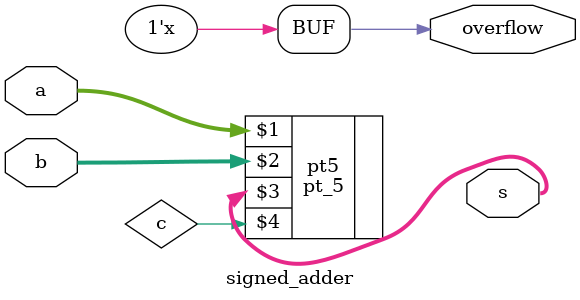
<source format=v>

module signed_adder(input [7:0] a,
    input [7:0] b,
    output [7:0] s,
    output overflow
); 

// The numbers a and b are added to the output s. 
// assign the occurence of the signed overflow of a and b to the output overflow.
// a signed overflow occurs if the most significant bits of a and b are low and the most significant bit of s is high
// a signed overflow may also occur if the most significant bits of a and b are high and the most significant bit of s is low

 pt_5 pt5(a,b,s,c);

 assign overflow = c[0] + c[1];

endmodule

</source>
